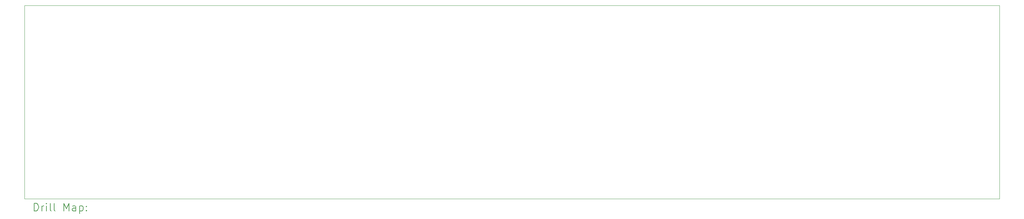
<source format=gbr>
%TF.GenerationSoftware,KiCad,Pcbnew,6.0.10-86aedd382b~118~ubuntu22.04.1*%
%TF.CreationDate,2023-01-16T13:23:33+01:00*%
%TF.ProjectId,tandberg-usb,74616e64-6265-4726-972d-7573622e6b69,rev?*%
%TF.SameCoordinates,Original*%
%TF.FileFunction,Drillmap*%
%TF.FilePolarity,Positive*%
%FSLAX45Y45*%
G04 Gerber Fmt 4.5, Leading zero omitted, Abs format (unit mm)*
G04 Created by KiCad (PCBNEW 6.0.10-86aedd382b~118~ubuntu22.04.1) date 2023-01-16 13:23:33*
%MOMM*%
%LPD*%
G01*
G04 APERTURE LIST*
%ADD10C,0.100000*%
%ADD11C,0.200000*%
G04 APERTURE END LIST*
D10*
X2100000Y-2400000D02*
X27700000Y-2400000D01*
X27700000Y-2400000D02*
X27700000Y-7500000D01*
X27700000Y-7500000D02*
X2100000Y-7500000D01*
X2100000Y-7500000D02*
X2100000Y-2400000D01*
D11*
X2352619Y-7815476D02*
X2352619Y-7615476D01*
X2400238Y-7615476D01*
X2428810Y-7625000D01*
X2447857Y-7644048D01*
X2457381Y-7663095D01*
X2466905Y-7701190D01*
X2466905Y-7729762D01*
X2457381Y-7767857D01*
X2447857Y-7786905D01*
X2428810Y-7805952D01*
X2400238Y-7815476D01*
X2352619Y-7815476D01*
X2552619Y-7815476D02*
X2552619Y-7682143D01*
X2552619Y-7720238D02*
X2562143Y-7701190D01*
X2571667Y-7691667D01*
X2590714Y-7682143D01*
X2609762Y-7682143D01*
X2676429Y-7815476D02*
X2676429Y-7682143D01*
X2676429Y-7615476D02*
X2666905Y-7625000D01*
X2676429Y-7634524D01*
X2685952Y-7625000D01*
X2676429Y-7615476D01*
X2676429Y-7634524D01*
X2800238Y-7815476D02*
X2781190Y-7805952D01*
X2771667Y-7786905D01*
X2771667Y-7615476D01*
X2905000Y-7815476D02*
X2885952Y-7805952D01*
X2876428Y-7786905D01*
X2876428Y-7615476D01*
X3133571Y-7815476D02*
X3133571Y-7615476D01*
X3200238Y-7758333D01*
X3266905Y-7615476D01*
X3266905Y-7815476D01*
X3447857Y-7815476D02*
X3447857Y-7710714D01*
X3438333Y-7691667D01*
X3419286Y-7682143D01*
X3381190Y-7682143D01*
X3362143Y-7691667D01*
X3447857Y-7805952D02*
X3428809Y-7815476D01*
X3381190Y-7815476D01*
X3362143Y-7805952D01*
X3352619Y-7786905D01*
X3352619Y-7767857D01*
X3362143Y-7748809D01*
X3381190Y-7739286D01*
X3428809Y-7739286D01*
X3447857Y-7729762D01*
X3543095Y-7682143D02*
X3543095Y-7882143D01*
X3543095Y-7691667D02*
X3562143Y-7682143D01*
X3600238Y-7682143D01*
X3619286Y-7691667D01*
X3628809Y-7701190D01*
X3638333Y-7720238D01*
X3638333Y-7777381D01*
X3628809Y-7796428D01*
X3619286Y-7805952D01*
X3600238Y-7815476D01*
X3562143Y-7815476D01*
X3543095Y-7805952D01*
X3724048Y-7796428D02*
X3733571Y-7805952D01*
X3724048Y-7815476D01*
X3714524Y-7805952D01*
X3724048Y-7796428D01*
X3724048Y-7815476D01*
X3724048Y-7691667D02*
X3733571Y-7701190D01*
X3724048Y-7710714D01*
X3714524Y-7701190D01*
X3724048Y-7691667D01*
X3724048Y-7710714D01*
M02*

</source>
